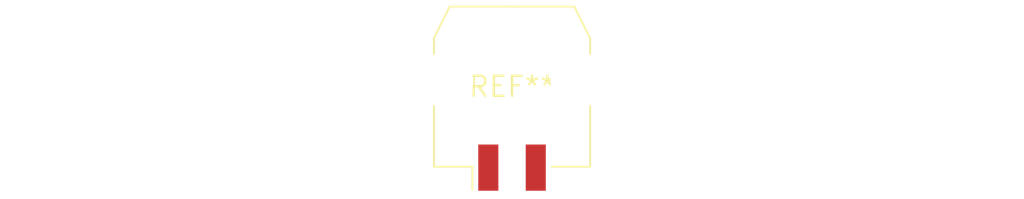
<source format=kicad_pcb>
(kicad_pcb (version 20240108) (generator pcbnew)
  (layers (0 "F.Cu" signal) (31 "B.Cu" signal) (34 "B.Paste" user) (35 "F.Paste" user) (36 "B.SilkS" user "B.Silkscreen") (37 "F.SilkS" user "F.Silkscreen") (38 "B.Mask" user) (39 "F.Mask" user) (44 "Edge.Cuts" user))
  (net 0 "")
  (footprint "Molex_Micro-Fit_3.0_43650-0210_1x02-1MP_P3.00mm_Horizontal" (layer "F.Cu") (at 0 0)
    (property "Reference" "REF**")
    (property "Value" "Molex_Micro-Fit_3.0_43650-0210_1x02-1MP_P3.00mm_Horizontal")
    (fp_line (start -4.935 -3.06) (end -4.935 -2.075) (layer "F.SilkS") (stroke (width 0.12)))
    (fp_line (start -4.935 1.225) (end -4.935 5.06) (layer "F.SilkS") (stroke (width 0.12)))
    (fp_line (start -4.935 5.06) (end -2.505 5.06) (layer "F.SilkS") (stroke (width 0.12)))
    (fp_line (start -3.935 -5.06) (end -4.935 -3.06) (layer "F.SilkS") (stroke (width 0.12)))
    (fp_line (start -2.505 5.06) (end -2.505 6.52) (layer "F.SilkS") (stroke (width 0.12)))
    (fp_line (start 0 -5.06) (end -3.935 -5.06) (layer "F.SilkS") (stroke (width 0.12)))
    (fp_line (start 0 -5.06) (end 3.935 -5.06) (layer "F.SilkS") (stroke (width 0.12)))
    (fp_line (start 3.935 -5.06) (end 4.935 -3.06) (layer "F.SilkS") (stroke (width 0.12)))
    (fp_line (start 4.935 -3.06) (end 4.935 -2.075) (layer "F.SilkS") (stroke (width 0.12)))
    (fp_line (start 4.935 1.225) (end 4.935 5.06) (layer "F.SilkS") (stroke (width 0.12)))
    (fp_line (start 4.935 5.06) (end 2.505 5.06) (layer "F.SilkS") (stroke (width 0.12)))
    (pad "1" smd rect (at -1.5 5.12) (size 1.27 2.92) (layers "F.Cu" "F.Paste" "F.Mask"))
    (pad "2" smd rect (at 1.5 5.12) (size 1.27 2.92) (layers "F.Cu" "F.Paste" "F.Mask"))
    (pad "MP" thru_hole circle (at -3.65 -0.35) (size 2.71 2.71) (drill 2.41) (layers *.Cu *.Mask) (remove_unused_layers))
    (pad "MP" thru_hole circle (at 3.65 -0.35) (size 2.71 2.71) (drill 2.41) (layers *.Cu *.Mask) (remove_unused_layers))
  )
)
</source>
